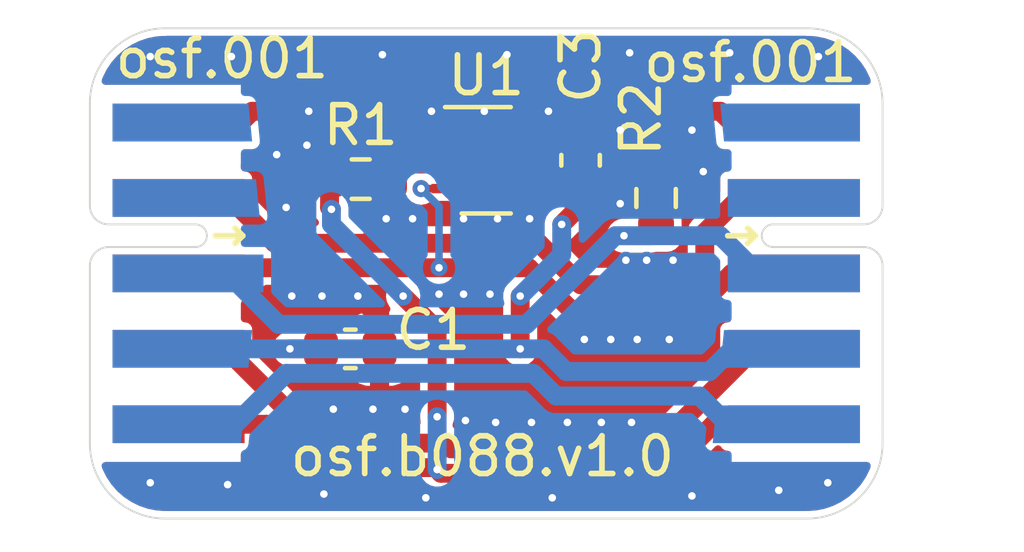
<source format=kicad_pcb>
(kicad_pcb (version 20211014) (generator pcbnew)
  (layers (0 "F.Cu" signal) (31 "B.Cu" signal) (34 "B.Paste" user) (35 "F.Paste" user) (36 "B.SilkS" user "B.Silkscreen") (37 "F.SilkS" user "F.Silkscreen") (38 "B.Mask" user) (39 "F.Mask" user) (44 "Edge.Cuts" user))
  (net 0 "")
  (net 1 "GND")
  (net 2 "/sensor/SDA")
  (net 3 "+3.3V")
  (net 4 "/sensor/SCL")
  (net 5 "Net-(J1-Pad4)")
  (net 6 "Net-(J1-Pad5)")
  (net 7 "+5V")
  (net 8 "Net-(J1-Pad8)")
  (net 9 "/sensor/int")
  (net 10 "/sensor/~{reset}")
  (footprint "Capacitor_SMD:C_0603_1608Metric" (layer "F.Cu") (at 90 77.5 90)
    (fp_text reference "C3" (at 2.5 0 90) (layer "F.SilkS"))
    (fp_text value "1uF")
    (fp_line (start -0.14058 -0.51) (end 0.14058 -0.51) (layer "F.SilkS") (width 0.12))
    (fp_line (start -0.14058 0.51) (end 0.14058 0.51) (layer "F.SilkS") (width 0.12))
    (pad "1" smd roundrect (at -0.775 0 90) (size 0.9 0.95) (layers "F.Cu" "F.Paste" "F.Mask") (net 3 "+3.3V"))
    (pad "2" smd roundrect (at 0.775 0 90) (size 0.9 0.95) (layers "F.Cu" "F.Paste" "F.Mask") (net 1 "GND"))
  )
  (footprint "Sensor_Humidity:Sensirion_DFN-8-1EP_2.5x2.5mm_P0.5mm_EP1.1x1.7mm" (layer "F.Cu") (at 87.5 77.5)
    (fp_text reference "U1" (at 0 -2.25) (layer "F.SilkS"))
    (fp_text value "SHT30-DIS")
    (fp_line (start -0.65 1.41) (end 0.65 1.41) (layer "F.SilkS") (width 0.12))
    (fp_line (start -1.09 -1.41) (end 0.65 -1.41) (layer "F.SilkS") (width 0.12))
    (pad "1" smd rect (at -1.175 -0.75) (size 0.55 0.25) (layers "F.Cu" "F.Paste" "F.Mask") (net 2 "/sensor/SDA"))
    (pad "2" smd rect (at -1.175 -0.25) (size 0.55 0.25) (layers "F.Cu" "F.Paste" "F.Mask") (net 1 "GND"))
    (pad "3" smd rect (at -1.175 0.25) (size 0.55 0.25) (layers "F.Cu" "F.Paste" "F.Mask") (net 9 "/sensor/int"))
    (pad "4" smd rect (at -1.175 0.75 180) (size 0.55 0.25) (layers "F.Cu" "F.Paste" "F.Mask") (net 4 "/sensor/SCL"))
    (pad "5" smd rect (at 1.175 0.75) (size 0.55 0.25) (layers "F.Cu" "F.Paste" "F.Mask") (net 3 "+3.3V"))
    (pad "6" smd rect (at 1.175 0.25) (size 0.55 0.25) (layers "F.Cu" "F.Paste" "F.Mask") (net 10 "/sensor/~{reset}"))
    (pad "7" smd rect (at 1.175 -0.25) (size 0.55 0.25) (layers "F.Cu" "F.Paste" "F.Mask") (net 1 "GND"))
    (pad "8" smd rect (at 1.175 -0.75) (size 0.55 0.25) (layers "F.Cu" "F.Paste" "F.Mask") (net 1 "GND"))
    (pad "9" smd custom (at 0 0) (size 1 1) (layers "F.Cu" "F.Mask") (net 1 "GND") (options (clearance outline) (anchor circle)) (primitives (gr_poly (pts (xy 0.5 0.85) (xy -0.5 0.85) (xy -0.5 -0.55) (xy -0.2 -0.85) (xy 0.5 -0.85)) (width 0) (fill yes))))
  )
  (footprint "Capacitor_SMD:C_0603_1608Metric" (layer "F.Cu") (at 83.9 82.5)
    (fp_text reference "C1" (at 2.2 -0.5) (layer "F.SilkS"))
    (fp_text value "100nF")
    (fp_line (start -0.14058 -0.51) (end 0.14058 -0.51) (layer "F.SilkS") (width 0.12))
    (fp_line (start -0.14058 0.51) (end 0.14058 0.51) (layer "F.SilkS") (width 0.12))
    (pad "1" smd roundrect (at -0.775 0) (size 0.9 0.95) (layers "F.Cu" "F.Paste" "F.Mask") (net 3 "+3.3V"))
    (pad "2" smd roundrect (at 0.775 0) (size 0.9 0.95) (layers "F.Cu" "F.Paste" "F.Mask") (net 1 "GND"))
  )
  (footprint "Resistor_SMD:R_0603_1608Metric" (layer "F.Cu") (at 92 78.5 90)
    (fp_text reference "R2" (at 2.1 -0.4 90) (layer "F.SilkS"))
    (fp_text value "0R")
    (fp_line (start -0.237258 -0.5225) (end 0.237258 -0.5225) (layer "F.SilkS") (width 0.12))
    (fp_line (start -0.237258 0.5225) (end 0.237258 0.5225) (layer "F.SilkS") (width 0.12))
    (pad "1" smd roundrect (at -0.825 0 90) (size 0.8 0.95) (layers "F.Cu" "F.Paste" "F.Mask") (net 8 "Net-(J1-Pad8)"))
    (pad "2" smd roundrect (at 0.825 0 90) (size 0.8 0.95) (layers "F.Cu" "F.Paste" "F.Mask") (net 10 "/sensor/~{reset}"))
  )
  (footprint "on_edge:on_edge_2x05_host" (layer "F.Cu") (at 98 80.5 -90)
    (fp_text reference "J2")
    (fp_text value "001_I2C")
    (fp_line (start -1 4.1) (end -1 3.373) (layer "F.SilkS") (width 0.153))
    (fp_line (start -1 3.373) (end -1.2 3.573) (layer "F.SilkS") (width 0.153))
    (fp_line (start -0.8 3.573) (end -1 3.373) (layer "F.SilkS") (width 0.153))
    (fp_line (start -1.3 0.5) (end -1.3 2.9) (layer "Edge.Cuts") (width 0.05))
    (fp_line (start -0.2 0) (end 4 0) (layer "Edge.Cuts") (width 0.05))
    (fp_line (start -4 0) (end -1.8 0) (layer "Edge.Cuts") (width 0.05))
    (fp_line (start -0.7 2.9) (end -0.7 0.5) (layer "Edge.Cuts") (width 0.05))
    (fp_arc (start -0.7 0.5) (mid -0.553553 0.146447) (end -0.2 0) (layer "Edge.Cuts") (width 0.05))
    (fp_arc (start -1.8 0) (mid -1.446447 0.146447) (end -1.3 0.5) (layer "Edge.Cuts") (width 0.05))
    (fp_arc (start -0.7 2.9) (mid -1 3.2) (end -1.3 2.9) (layer "Edge.Cuts") (width 0.05))
    (pad "1" smd rect (at -4 2.35 270) (size 1 3.5) (layers "F.Cu" "F.Mask") (net 1 "GND"))
    (pad "2" smd rect (at -2 2.35 270) (size 1 3.5) (layers "F.Cu" "F.Mask") (net 2 "/sensor/SDA"))
    (pad "3" smd rect (at 0 2.35 270) (size 1 3.5) (layers "F.Cu" "F.Mask") (net 4 "/sensor/SCL"))
    (pad "4" smd rect (at 2 2.35 270) (size 1 3.5) (layers "F.Cu" "F.Mask") (net 5 "Net-(J1-Pad4)"))
    (pad "5" smd rect (at 4 2.35 270) (size 1 3.5) (layers "F.Cu" "F.Mask") (net 6 "Net-(J1-Pad5)"))
    (pad "6" smd custom (at -4 2.4 90) (size 1 3.6) (layers "B.Cu" "B.Mask") (options (clearance outline) (anchor rect)) (primitives (gr_poly (pts (xy 0.5 -1.8) (xy -0.5 -1.8) (xy 0.5 -1.9)) (width 0) (fill yes))))
    (pad "7" smd rect (at -2 2.35 90) (size 1 3.5) (layers "B.Cu" "B.Mask"))
    (pad "8" smd rect (at 0 2.35 90) (size 1 3.5) (layers "B.Cu" "B.Mask") (net 8 "Net-(J1-Pad8)"))
    (pad "9" smd custom (at 2 2.4 90) (size 1 3.6) (layers "B.Cu" "B.Mask") (net 3 "+3.3V") (options (clearance outline) (anchor rect)) (primitives (gr_poly (pts (xy 0.5 -1.8) (xy -0.5 -1.8) (xy -0.5 -1.9)) (width 0) (fill yes))))
    (pad "10" smd custom (at 4 2.5 90) (size 1 3.8) (layers "B.Cu" "B.Mask") (net 7 "+5V") (options (clearance outline) (anchor rect)) (primitives (gr_poly (pts (xy 0.5 -1.9) (xy -0.5 -1.9) (xy -0.5 -2)) (width 0) (fill yes))))
    (zone (net 0) (net_name "") (layers F&B.Cu) (connect_pads (clearance 0)) (min_thickness 0.254)
      (keepout (tracks allowed) (vias not_allowed) (pads allowed) (copperpour not_allowed) (footprints not_allowed))
      (fill (thermal_gap 0.508) (thermal_bridge_width 0.508))
      (polygon (pts (xy 94 85.5) (xy 94 75.5) (xy 98 75.5) (xy 98 85.5)))
    )
  )
  (footprint "on_edge:on_edge_2x05_device" (layer "F.Cu") (at 77 80.5 -90)
    (fp_text reference "J1")
    (fp_text value "001_I2C")
    (fp_line (start -1 -4.05) (end -1 -3.323) (layer "F.SilkS") (width 0.153))
    (fp_line (start -1.2 -3.85) (end -1 -4.05) (layer "F.SilkS") (width 0.153))
    (fp_line (start -1 -4.05) (end -0.8 -3.85) (layer "F.SilkS") (width 0.153))
    (fp_line (start -0.7 -0.5) (end -0.7 -2.8) (layer "Edge.Cuts") (width 0.05))
    (fp_line (start -1.3 -2.8) (end -1.3 -0.5) (layer "Edge.Cuts") (width 0.05))
    (fp_line (start -4 0) (end -1.8 0) (layer "Edge.Cuts") (width 0.05))
    (fp_line (start -0.2 0) (end 4 0) (layer "Edge.Cuts") (width 0.05))
    (fp_arc (start -0.2 0) (mid -0.553553 -0.146447) (end -0.7 -0.5) (layer "Edge.Cuts") (width 0.05))
    (fp_arc (start -1.3 -2.8) (mid -1 -3.1) (end -0.7 -2.8) (layer "Edge.Cuts") (width 0.05))
    (fp_arc (start -1.3 -0.5) (mid -1.446447 -0.146447) (end -1.8 0) (layer "Edge.Cuts") (width 0.05))
    (pad "1" smd rect (at -4 -2.35 90) (size 1 3.5) (layers "F.Cu" "F.Mask") (net 1 "GND"))
    (pad "2" smd rect (at -2 -2.35 270) (size 1 3.5) (layers "F.Cu" "F.Mask") (net 2 "/sensor/SDA"))
    (pad "3" smd rect (at 0 -2.35 270) (size 1 3.5) (layers "F.Cu" "F.Mask") (net 4 "/sensor/SCL"))
    (pad "4" smd rect (at 2 -2.35 90) (size 1 3.5) (layers "F.Cu" "F.Mask") (net 5 "Net-(J1-Pad4)"))
    (pad "5" smd rect (at 4 -2.35 90) (size 1 3.5) (layers "F.Cu" "F.Mask") (net 6 "Net-(J1-Pad5)"))
    (pad "6" smd custom (at -4 -2.4 270) (size 1 3.6) (layers "B.Cu" "B.Mask") (options (clearance outline) (anchor rect)) (primitives (gr_poly (pts (xy 0.5 -1.8) (xy 0.5 -1.9) (xy -0.5 -1.8)) (width 0) (fill yes))))
    (pad "7" smd custom (at -2 -2.1 270) (size 1 3) (layers "B.Cu" "B.Mask") (options (clearance outline) (anchor rect)) (primitives (gr_poly (pts (xy 0.3 -0.51) (xy 0.31 -0.62) (xy 0.33 -0.7) (xy 0.35 -0.76) (xy 0.37 -0.81) (xy 0.4 -0.86) (xy 0.44 -0.92) (xy 0.48 -0.97) (xy 0.5 -0.99) (xy 0.5 -2.4) (xy -0.5 -2.3) (xy -0.5 1.5) (xy 0.3 1.5)) (width 0) (fill yes))))
    (pad "8" smd rect (at 0 -2.6 270) (size 1 4) (layers "B.Cu" "B.Mask") (net 8 "Net-(J1-Pad8)"))
    (pad "9" smd custom (at 2 -2.4 270) (size 1 3.6) (layers "B.Cu" "B.Mask") (net 3 "+3.3V") (options (clearance outline) (anchor rect)) (primitives (gr_poly (pts (xy -0.5 -1.8) (xy -0.5 -1.9) (xy 0.5 -1.8)) (width 0) (fill yes))))
    (pad "10" smd custom (at 4 -2.3 270) (size 1 3.4) (layers "B.Cu" "B.Mask") (net 7 "+5V") (options (clearance outline) (anchor rect)) (primitives (gr_poly (pts (xy -0.5 -1.7) (xy -0.5 -1.8) (xy 0.5 -1.7)) (width 0) (fill yes))))
    (zone (net 0) (net_name "") (layers F&B.Cu) (connect_pads (clearance 0)) (min_thickness 0.254)
      (keepout (tracks allowed) (vias not_allowed) (pads allowed) (copperpour not_allowed) (footprints not_allowed))
      (fill (thermal_gap 0.508) (thermal_bridge_width 0.508))
      (polygon (pts (xy 77 85.5) (xy 77 75.5) (xy 81 75.5) (xy 81 85.5)))
    )
  )
  (footprint "Resistor_SMD:R_0603_1608Metric" (layer "F.Cu") (at 84.175 78)
    (fp_text reference "R1" (at 0 -1.43) (layer "F.SilkS"))
    (fp_text value "0R")
    (fp_line (start -0.237258 0.5225) (end 0.237258 0.5225) (layer "F.SilkS") (width 0.12))
    (fp_line (start -0.237258 -0.5225) (end 0.237258 -0.5225) (layer "F.SilkS") (width 0.12))
    (pad "1" smd roundrect (at -0.825 0) (size 0.8 0.95) (layers "F.Cu" "F.Paste" "F.Mask") (net 6 "Net-(J1-Pad5)"))
    (pad "2" smd roundrect (at 0.825 0) (size 0.8 0.95) (layers "F.Cu" "F.Paste" "F.Mask") (net 9 "/sensor/int"))
  )
  (gr_line (start 96 87) (end 79 87) (layer "Edge.Cuts") (width 0.05))
  (gr_line (start 77 85) (end 77 84.5) (layer "Edge.Cuts") (width 0.05))
  (gr_line (start 79 74) (end 96 74) (layer "Edge.Cuts") (width 0.05))
  (gr_line (start 77 76.5) (end 77 76) (layer "Edge.Cuts") (width 0.05))
  (gr_line (start 98 76.5) (end 98 76) (layer "Edge.Cuts") (width 0.05))
  (gr_arc (start 98 85) (mid 97.414214 86.414214) (end 96 87) (layer "Edge.Cuts") (width 0.05))
  (gr_arc (start 77 76) (mid 77.585786 74.585786) (end 79 74) (layer "Edge.Cuts") (width 0.05))
  (gr_arc (start 79 87) (mid 77.585786 86.414214) (end 77 85) (layer "Edge.Cuts") (width 0.05))
  (gr_line (start 98 85) (end 98 84.5) (layer "Edge.Cuts") (width 0.05))
  (gr_arc (start 96 74) (mid 97.414214 74.585786) (end 98 76) (layer "Edge.Cuts") (width 0.05))
  (gr_text "osf.001" (at 94.5 74.9) (layer "F.SilkS") (effects (font (size 1 1))))
  (gr_text "osf.b088.v1.0" (at 87.4 85.35) (layer "F.SilkS") (effects (font (size 1 1))))
  (gr_text "osf.001" (at 80.5 74.8) (layer "F.SilkS") (effects (font (size 1 1))))
  (segment (start 87.5 76.3) (end 87.6 76.2) (width 0.5) (layer "F.Cu") (net 1))
  (segment (start 79.35 76.5) (end 81 76.5) (width 0.5) (layer "F.Cu") (net 1))
  (segment (start 81.3 76.2) (end 82.8 76.2) (width 0.5) (layer "F.Cu") (net 1))
  (segment (start 86.05 76.2) (end 87.45 76.2) (width 0.5) (layer "F.Cu") (net 1))
  (segment (start 87.6 76.2) (end 89.15 76.2) (width 0.5) (layer "F.Cu") (net 1))
  (segment (start 90 76.725) (end 89.875 76.6) (width 0.5) (layer "F.Cu") (net 1))
  (segment (start 87.75 79) (end 87.8 79.05) (width 0.5) (layer "F.Cu") (net 1))
  (segment (start 87.75 77.75) (end 87.75 79) (width 0.5) (layer "F.Cu") (net 1))
  (segment (start 89.15 76.2) (end 93.7 76.2) (width 0.5) (layer "F.Cu") (net 1))
  (segment (start 87.5 77.5) (end 87.25 77.75) (width 0.5) (layer "F.Cu") (net 1))
  (segment (start 94 76.5) (end 95.65 76.5) (width 0.5) (layer "F.Cu") (net 1))
  (segment (start 87.25 77.25) (end 87.5 77.5) (width 0.2) (layer "F.Cu") (net 1))
  (segment (start 87.775 77.225) (end 88.675 77.225) (width 0.5) (layer "F.Cu") (net 1))
  (segment (start 84.675 81.675) (end 84.1 81.1) (width 0.5) (layer "F.Cu") (net 1))
  (segment (start 89.875 76.6) (end 88.4 76.6) (width 0.5) (layer "F.Cu") (net 1))
  (segment (start 93.7 76.2) (end 94 76.5) (width 0.5) (layer "F.Cu") (net 1))
  (segment (start 87.25 78.7) (end 86.9 79.05) (width 0.5) (layer "F.Cu") (net 1))
  (segment (start 87.25 77.75) (end 87.25 78.7) (width 0.5) (layer "F.Cu") (net 1))
  (segment (start 87.45 76.2) (end 87.6 76.2) (width 0.5) (layer "F.Cu") (net 1))
  (segment (start 81 76.5) (end 81.3 76.2) (width 0.5) (layer "F.Cu") (net 1))
  (segment (start 87.5 77.5) (end 87.75 77.75) (width 0.5) (layer "F.Cu") (net 1))
  (segment (start 82.8 76.2) (end 86.05 76.2) (width 0.5) (layer "F.Cu") (net 1))
  (segment (start 88.4 76.6) (end 87.5 77.5) (width 0.5) (layer "F.Cu") (net 1))
  (segment (start 86.325 77.25) (end 87.25 77.25) (width 0.2) (layer "F.Cu") (net 1))
  (segment (start 84.675 82.5) (end 84.675 81.675) (width 0.5) (layer "F.Cu") (net 1))
  (segment (start 87.5 77.5) (end 87.5 76.3) (width 0.5) (layer "F.Cu") (net 1))
  (segment (start 87.5 77.5) (end 87.775 77.225) (width 0.5) (layer "F.Cu") (net 1))
  (via (at 85.9 86.45) (size 0.45) (drill 0.2) (layers "F.Cu" "B.Cu") (net 1))
  (via (at 91.5 82.25) (size 0.45) (drill 0.2) (layers "F.Cu" "B.Cu") (net 1))
  (via (at 90.8 82.25) (size 0.45) (drill 0.2) (layers "F.Cu" "B.Cu") (net 1))
  (via (at 83.2 86.35) (size 0.45) (drill 0.2) (layers "F.Cu" "B.Cu") (net 1))
  (via (at 91.3 74.65) (size 0.45) (drill 0.2) (layers "F.Cu" "B.Cu") (net 1))
  (via (at 86.05 76.2) (size 0.45) (drill 0.2) (layers "F.Cu" "B.Cu") (net 1))
  (via (at 91.05 78.65) (size 0.45) (drill 0.2) (layers "F.Cu" "B.Cu") (net 1))
  (via (at 88.65 79.05) (size 0.45) (drill 0.2) (layers "F.Cu" "B.Cu") (net 1))
  (via (at 92.95 86.4) (size 0.45) (drill 0.2) (layers "F.Cu" "B.Cu") (net 1))
  (via (at 88.7 84.45) (size 0.45) (drill 0.2) (layers "F.Cu" "B.Cu") (net 1))
  (via (at 93.25 77.8) (size 0.45) (drill 0.2) (layers "F.Cu" "B.Cu") (net 1))
  (via (at 86.9 81.05) (size 0.45) (drill 0.2) (layers "F.Cu" "B.Cu") (net 1))
  (via (at 93.95 74.65) (size 0.45) (drill 0.2) (layers "F.Cu" "B.Cu") (net 1))
  (via (at 90.1 82.25) (size 0.45) (drill 0.2) (layers "F.Cu" "B.Cu") (net 1))
  (via (at 84.85 79.05) (size 0.45) (drill 0.2) (layers "F.Cu" "B.Cu") (net 1))
  (via (at 92.35 82.25) (size 0.45) (drill 0.2) (layers "F.Cu" "B.Cu") (net 1))
  (via (at 95.25 86.25) (size 0.45) (drill 0.2) (layers "F.Cu" "B.Cu") (net 1))
  (via (at 84.5 84.1) (size 0.45) (drill 0.2) (layers "F.Cu" "B.Cu") (net 1))
  (via (at 85.35 84.1) (size 0.45) (drill 0.2) (layers "F.Cu" "B.Cu") (net 1))
  (via (at 78.6 86.05) (size 0.45) (drill 0.2) (layers "F.Cu" "B.Cu") (net 1))
  (via (at 86.25 81.05) (size 0.45) (drill 0.2) (layers "F.Cu" "B.Cu") (net 1))
  (via (at 87.6 81.05) (size 0.45) (drill 0.2) (layers "F.Cu" "B.Cu") (net 1))
  (via (at 83.15 81.1) (size 0.45) (drill 0.2) (layers "F.Cu" "B.Cu") (net 1))
  (via (at 91.2 80.15) (size 0.45) (drill 0.2) (layers "F.Cu" "B.Cu") (net 1))
  (via (at 87.75 84.45) (size 0.45) (drill 0.2) (layers "F.Cu" "B.Cu") (net 1))
  (via (at 91.05 76.7) (size 0.45) (drill 0.2) (layers "F.Cu" "B.Cu") (net 1))
  (via (at 92.95 76.7) (size 0.45) (drill 0.2) (layers "F.Cu" "B.Cu") (net 1))
  (via (at 78.6 74.75) (size 0.45) (drill 0.2) (layers "F.Cu" "B.Cu") (net 1))
  (via (at 89.25 86.45) (size 0.45) (drill 0.2) (layers "F.Cu" "B.Cu") (net 1))
  (via (at 89.15 76.2) (size 0.45) (drill 0.2) (layers "F.Cu" "B.Cu") (net 1))
  (via (at 82.2 78.75) (size 0.45) (drill 0.2) (layers "F.Cu" "B.Cu") (net 1))
  (via (at 84.1 81.1) (size 0.45) (drill 0.2) (layers "F.Cu" "B.Cu") (net 1))
  (via (at 87.45 76.2) (size 0.45) (drill 0.2) (layers "F.Cu" "B.Cu") (net 1))
  (via (at 86.95 84.4) (size 0.45) (drill 0.2) (layers "F.Cu" "B.Cu") (net 1))
  (via (at 92.45 80.15) (size 0.45) (drill 0.2) (layers "F.Cu" "B.Cu") (net 1))
  (via (at 88.05 74.7) (size 0.45) (drill 0.2) (layers "F.Cu" "B.Cu") (net 1))
  (via (at 86.9 79.05) (size 0.45) (drill 0.2) (layers "F.Cu" "B.Cu") (net 1))
  (via (at 83.45 84.1) (size 0.45) (drill 0.2) (layers "F.Cu" "B.Cu") (net 1))
  (via (at 82.75 77.1) (size 0.45) (drill 0.2) (layers "F.Cu" "B.Cu") (net 1))
  (via (at 80.75 74.75) (size 0.45) (drill 0.2) (layers "F.Cu" "B.Cu") (net 1))
  (via (at 80.65 86.1) (size 0.45) (drill 0.2) (layers "F.Cu" "B.Cu") (net 1))
  (via (at 91.35 84.45) (size 0.45) (drill 0.2) (layers "F.Cu" "B.Cu") (net 1))
  (via (at 82.8 76.2) (size 0.45) (drill 0.2) (layers "F.Cu" "B.Cu") (net 1))
  (via (at 81.95 77.35) (size 0.45) (drill 0.2) (layers "F.Cu" "B.Cu") (net 1))
  (via (at 91.75 80.15) (size 0.45) (drill 0.2) (layers "F.Cu" "B.Cu") (net 1))
  (via (at 96.55 86.05) (size 0.45) (drill 0.2) (layers "F.Cu" "B.Cu") (net 1))
  (via (at 96.3 74.75) (size 0.45) (drill 0.2) (layers "F.Cu" "B.Cu") (net 1))
  (via (at 85.55 79.05) (size 0.45) (drill 0.2) (layers "F.Cu" "B.Cu") (net 1))
  (via (at 87.8 79.05) (size 0.45) (drill 0.2) (layers "F.Cu" "B.Cu") (net 1))
  (via (at 84.75 74.7) (size 0.45) (drill 0.2) (layers "F.Cu" "B.Cu") (net 1))
  (via (at 90.55 84.45) (size 0.45) (drill 0.2) (layers "F.Cu" "B.Cu") (net 1))
  (via (at 82.35 81.1) (size 0.45) (drill 0.2) (layers "F.Cu" "B.Cu") (net 1))
  (via (at 89.65 84.45) (size 0.45) (drill 0.2) (layers "F.Cu" "B.Cu") (net 1))
  (segment (start 82.75 76.25) (end 82.8 76.2) (width 0.5) (layer "B.Cu") (net 1))
  (segment (start 84.1 81.1) (end 82.75 79.75) (width 0.5) (layer "B.Cu") (net 1))
  (segment (start 82.75 79.75) (end 82.75 77.1) (width 0.5) (layer "B.Cu") (net 1))
  (segment (start 82.75 77.1) (end 82.75 76.25) (width 0.5) (layer "B.Cu") (net 1))
  (segment (start 86.325 76.75) (end 85.138604 76.75) (width 0.2) (layer "F.Cu") (net 2))
  (segment (start 88.9 79.7) (end 90 80.8) (width 0.5) (layer "F.Cu") (net 2))
  (segment (start 90 80.8) (end 92.780762 80.8) (width 0.5) (layer "F.Cu") (net 2))
  (segment (start 84.4 79.7) (end 88.9 79.7) (width 0.5) (layer "F.Cu") (net 2))
  (segment (start 93.290381 80.290381) (end 93.290381 79.409619) (width 0.5) (layer "F.Cu") (net 2))
  (segment (start 79.35 78.5) (end 80.7 78.5) (width 0.5) (layer "F.Cu") (net 2))
  (segment (start 94.2 78.5) (end 95.65 78.5) (width 0.5) (layer "F.Cu") (net 2))
  (segment (start 84.35 77.538604) (end 84.35 79.65) (width 0.2) (layer "F.Cu") (net 2))
  (segment (start 84.35 79.65) (end 84.4 79.7) (width 0.2) (layer "F.Cu") (net 2))
  (segment (start 85.138604 76.75) (end 84.35 77.538604) (width 0.2) (layer "F.Cu") (net 2))
  (segment (start 81.9 79.7) (end 84.4 79.7) (width 0.5) (layer "F.Cu") (net 2))
  (segment (start 92.780762 80.8) (end 93.290381 80.290381) (width 0.5) (layer "F.Cu") (net 2))
  (segment (start 93.290381 79.409619) (end 94.2 78.5) (width 0.5) (layer "F.Cu") (net 2))
  (segment (start 80.7 78.5) (end 81.9 79.7) (width 0.5) (layer "F.Cu") (net 2))
  (segment (start 88.4 81.1) (end 88.4 82.5) (width 0.5) (layer "F.Cu") (net 3))
  (segment (start 90 78.275) (end 90 78.7) (width 0.5) (layer "F.Cu") (net 3))
  (segment (start 83.125 82.5) (end 82.3 82.5) (width 0.5) (layer "F.Cu") (net 3))
  (segment (start 90 78.7) (end 89.5 79.2) (width 0.5) (layer "F.Cu") (net 3))
  (segment (start 90 78.275) (end 88.675 78.275) (width 0.5) (layer "F.Cu") (net 3))
  (via (at 88.4 81.1) (size 0.45) (drill 0.2) (layers "F.Cu" "B.Cu") (net 3))
  (via (at 88.4 82.5) (size 0.45) (drill 0.2) (layers "F.Cu" "B.Cu") (net 3))
  (via (at 82.3 82.5) (size 0.45) (drill 0.2) (layers "F.Cu" "B.Cu") (net 3))
  (via (at 89.5 79.2) (size 0.45) (drill 0.2) (layers "F.Cu" "B.Cu") (net 3))
  (segment (start 88.4 82.5) (end 89.019238 82.5) (width 0.5) (layer "B.Cu") (net 3))
  (segment (start 89.619238 83.1) (end 93.419239 83.1) (width 0.5) (layer "B.Cu") (net 3))
  (segment (start 94.019239 82.5) (end 95.6 82.5) (width 0.5) (layer "B.Cu") (net 3))
  (segment (start 81.8 82.5) (end 88.4 82.5) (width 0.5) (layer "B.Cu") (net 3))
  (segment (start 93.419239 83.1) (end 94.019239 82.5) (width 0.5) (layer "B.Cu") (net 3))
  (segment (start 89.019238 82.5) (end 89.619238 83.1) (width 0.5) (layer "B.Cu") (net 3))
  (segment (start 89.5 79.2) (end 89.5 80) (width 0.5) (layer "B.Cu") (net 3))
  (segment (start 89.5 80) (end 88.4 81.1) (width 0.5) (layer "B.Cu") (net 3))
  (segment (start 79.4 82.5) (end 81.8 82.5) (width 0.5) (layer "B.Cu") (net 3))
  (segment (start 88.630762 80.35) (end 89.730762 81.45) (width 0.5) (layer "F.Cu") (net 4))
  (segment (start 89.730762 81.45) (end 93.05 81.45) (width 0.5) (layer "F.Cu") (net 4))
  (segment (start 81.3 80.5) (end 81.45 80.35) (width 0.5) (layer "F.Cu") (net 4))
  (segment (start 86.25 80.35) (end 88.630762 80.35) (width 0.5) (layer "F.Cu") (net 4))
  (segment (start 85.7745 78.25) (end 86.325 78.25) (width 0.2) (layer "F.Cu") (net 4))
  (segment (start 81.45 80.35) (end 86.25 80.35) (width 0.5) (layer "F.Cu") (net 4))
  (segment (start 93.05 81.45) (end 94 80.5) (width 0.5) (layer "F.Cu") (net 4))
  (segment (start 79.35 80.5) (end 81.3 80.5) (width 0.5) (layer "F.Cu") (net 4))
  (segment (start 94 80.5) (end 95.65 80.5) (width 0.5) (layer "F.Cu") (net 4))
  (via (at 85.7745 78.25) (size 0.45) (drill 0.2) (layers "F.Cu" "B.Cu") (net 4))
  (via (at 86.25 80.35) (size 0.45) (drill 0.2) (layers "F.Cu" "B.Cu") (net 4))
  (segment (start 86.25 78.7255) (end 86.25 80.35) (width 0.2) (layer "B.Cu") (net 4))
  (segment (start 85.7745 78.25) (end 86.25 78.7255) (width 0.2) (layer "B.Cu") (net 4))
  (segment (start 80.6 82.5) (end 83.1 85) (width 0.5) (layer "F.Cu") (net 5))
  (segment (start 94.6 82.5) (end 95.65 82.5) (width 0.5) (layer "F.Cu") (net 5))
  (segment (start 86.569239 85.15) (end 91.95 85.15) (width 0.5) (layer "F.Cu") (net 5))
  (segment (start 79.35 82.5) (end 80.6 82.5) (width 0.5) (layer "F.Cu") (net 5))
  (segment (start 83.1 85) (end 86.419239 85) (width 0.5) (layer "F.Cu") (net 5))
  (segment (start 86.419239 85) (end 86.569239 85.15) (width 0.5) (layer "F.Cu") (net 5))
  (segment (start 91.95 85.15) (end 94.6 82.5) (width 0.5) (layer "F.Cu") (net 5))
  (segment (start 92.219238 85.8) (end 93.519238 84.5) (width 0.5) (layer "F.Cu") (net 6))
  (segment (start 86.2 84.3) (end 86.2 82) (width 0.5) (layer "F.Cu") (net 6))
  (segment (start 82.830762 85.65) (end 81.680762 84.5) (width 0.5) (layer "F.Cu") (net 6))
  (segment (start 83.35 78) (end 83.35 78.75) (width 0.5) (layer "F.Cu") (net 6))
  (segment (start 81.680762 84.5) (end 79.35 84.5) (width 0.5) (layer "F.Cu") (net 6))
  (segment (start 83.35 78.75) (end 83.4 78.8) (width 0.5) (layer "F.Cu") (net 6))
  (segment (start 86.15 85.65) (end 82.830762 85.65) (width 0.5) (layer "F.Cu") (net 6))
  (segment (start 86.2 85.7) (end 86.15 85.65) (width 0.5) (layer "F.Cu") (net 6))
  (segment (start 93.519238 84.5) (end 95.65 84.5) (width 0.5) (layer "F.Cu") (net 6))
  (segment (start 86.2 85.7) (end 86.3 85.8) (width 0.5) (layer "F.Cu") (net 6))
  (segment (start 86.2 82) (end 85.3 81.1) (width 0.5) (layer "F.Cu") (net 6))
  (segment (start 86.3 85.8) (end 92.219238 85.8) (width 0.5) (layer "F.Cu") (net 6))
  (via (at 86.2 85.7) (size 0.45) (drill 0.2) (layers "F.Cu" "B.Cu") (net 6))
  (via (at 85.3 81.1) (size 0.45) (drill 0.2) (layers "F.Cu" "B.Cu") (net 6))
  (via (at 83.4 78.8) (size 0.45) (drill 0.2) (layers "F.Cu" "B.Cu") (net 6))
  (via (at 86.2 84.3) (size 0.45) (drill 0.2) (layers "F.Cu" "B.Cu") (net 6))
  (segment (start 83.4 78.8) (end 83.4 79.2) (width 0.5) (layer "B.Cu") (net 6))
  (segment (start 86.2 84.3) (end 86.2 85.7) (width 0.5) (layer "B.Cu") (net 6))
  (segment (start 83.4 79.2) (end 85.3 81.1) (width 0.5) (layer "B.Cu") (net 6))
  (segment (start 89.35 83.75) (end 93.15 83.75) (width 0.5) (layer "B.Cu") (net 7))
  (segment (start 88.75 83.15) (end 89.35 83.75) (width 0.5) (layer "B.Cu") (net 7))
  (segment (start 93.9 84.5) (end 95.5 84.5) (width 0.5) (layer "B.Cu") (net 7))
  (segment (start 93.15 83.75) (end 93.9 84.5) (width 0.5) (layer "B.Cu") (net 7))
  (segment (start 79.3 84.5) (end 80.85 84.5) (width 0.5) (layer "B.Cu") (net 7))
  (segment (start 82.2 83.15) (end 88.75 83.15) (width 0.5) (layer "B.Cu") (net 7))
  (segment (start 80.85 84.5) (end 82.2 83.15) (width 0.5) (layer "B.Cu") (net 7))
  (segment (start 91.15 79.5) (end 91.825 79.5) (width 0.5) (layer "F.Cu") (net 8))
  (segment (start 91.825 79.5) (end 92 79.325) (width 0.5) (layer "F.Cu") (net 8))
  (via (at 91.15 79.5) (size 0.45) (drill 0.2) (layers "F.Cu" "B.Cu") (net 8))
  (segment (start 91.15 79.5) (end 90.919238 79.5) (width 0.5) (layer "B.Cu") (net 8))
  (segment (start 90.919238 79.5) (end 88.569238 81.85) (width 0.5) (layer "B.Cu") (net 8))
  (segment (start 82 81.85) (end 80.65 80.5) (width 0.5) (layer "B.Cu") (net 8))
  (segment (start 93.7 79.5) (end 94.7 80.5) (width 0.5) (layer "B.Cu") (net 8))
  (segment (start 88.569238 81.85) (end 82 81.85) (width 0.5) (layer "B.Cu") (net 8))
  (segment (start 94.7 80.5) (end 95.65 80.5) (width 0.5) (layer "B.Cu") (net 8))
  (segment (start 91.15 79.5) (end 93.7 79.5) (width 0.5) (layer "B.Cu") (net 8))
  (segment (start 80.65 80.5) (end 79.6 80.5) (width 0.5) (layer "B.Cu") (net 8))
  (segment (start 85.25 77.75) (end 85 78) (width 0.2) (layer "F.Cu") (net 9))
  (segment (start 86.325 77.75) (end 85.25 77.75) (width 0.2) (layer "F.Cu") (net 9))
  (segment (start 89.15 77.75) (end 88.675 77.75) (width 0.2) (layer "F.Cu") (net 10))
  (segment (start 92 77.675) (end 91.9 77.575) (width 0.2) (layer "F.Cu") (net 10))
  (segment (start 91.9 77.575) (end 89.325 77.575) (width 0.2) (layer "F.Cu") (net 10))
  (segment (start 89.325 77.575) (end 89.15 77.75) (width 0.2) (layer "F.Cu") (net 10))
  (zone (net 1) (net_name "GND") (layers F&B.Cu) (connect_pads (clearance 0.2)) (min_thickness 0.2) (fill yes (thermal_gap 0.508) (thermal_bridge_width 0.508))
    (polygon (pts (xy 99.05 73.3) (xy 99.15 87.5) (xy 76.05 87.9) (xy 76.05 73.25)))
  )
)
</source>
